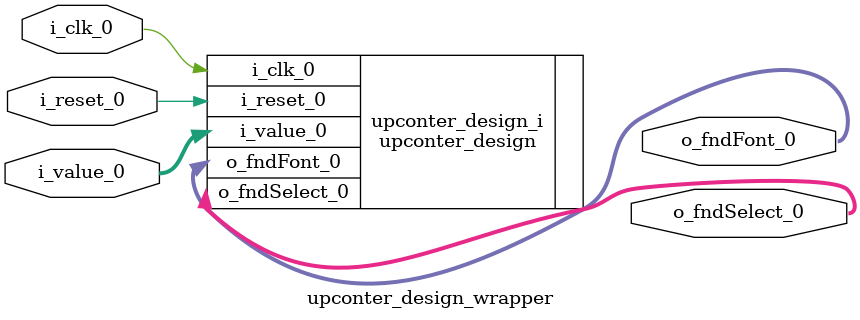
<source format=v>
`timescale 1 ps / 1 ps

module upconter_design_wrapper
   (i_clk_0,
    i_reset_0,
    i_value_0,
    o_fndFont_0,
    o_fndSelect_0);
  input i_clk_0;
  input i_reset_0;
  input [13:0]i_value_0;
  output [7:0]o_fndFont_0;
  output [3:0]o_fndSelect_0;

  wire i_clk_0;
  wire i_reset_0;
  wire [13:0]i_value_0;
  wire [7:0]o_fndFont_0;
  wire [3:0]o_fndSelect_0;

  upconter_design upconter_design_i
       (.i_clk_0(i_clk_0),
        .i_reset_0(i_reset_0),
        .i_value_0(i_value_0),
        .o_fndFont_0(o_fndFont_0),
        .o_fndSelect_0(o_fndSelect_0));
endmodule

</source>
